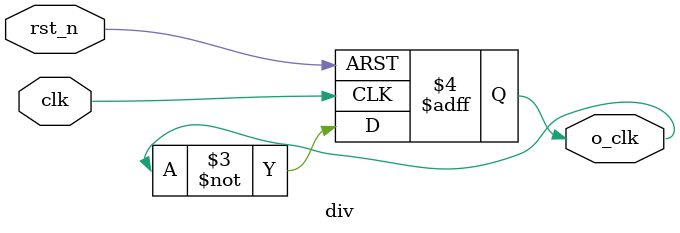
<source format=v>
module div (
  input      clk,
  input      rst_n,
  output reg o_clk
);

always@(posedge clk or negedge rst_n) 
 begin
  if (!rst_n)
    o_clk <= 0;
  else
    o_clk <= ~o_clk;
 end
 endmodule

</source>
